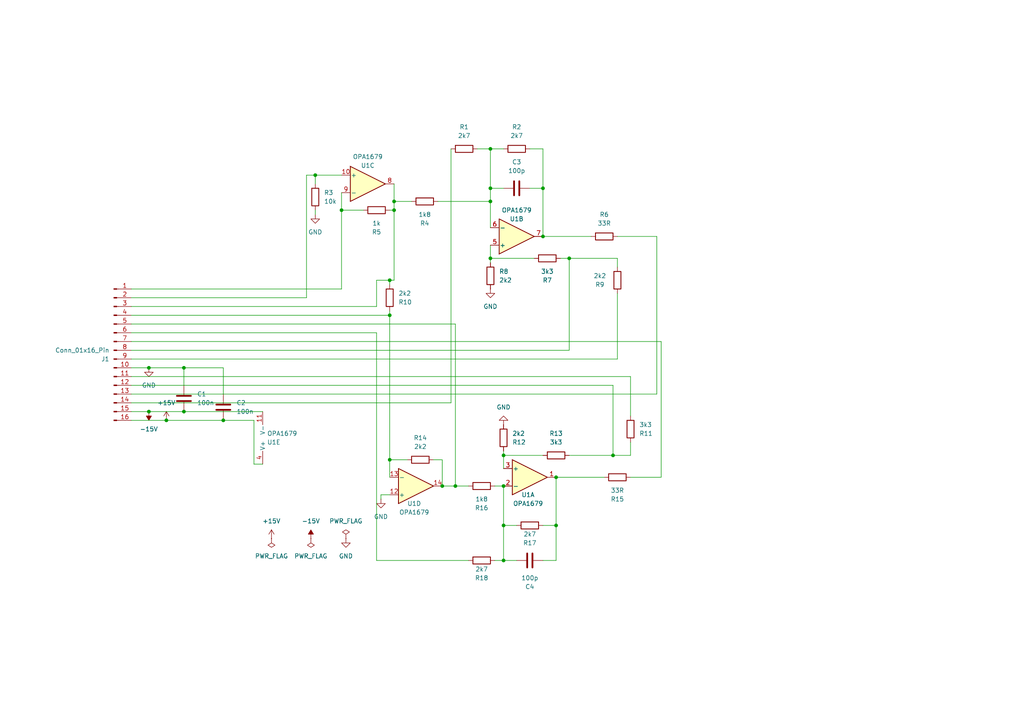
<source format=kicad_sch>
(kicad_sch (version 20231120) (generator "eeschema") (generator_version "8.0")
  (paper "A4")
  (title_block (title "AT8") (date "2024-08-16") (rev "00") (company "Greybox Audio"))
  (lib_symbols
    (symbol "+15V_1" (power) (pin_numbers hide) (pin_names (offset 0) hide)
      (property "Value" "+15V" (at 0 3.556 0))
      (symbol "+15V_1_0_1"
        (polyline (pts (xy -0.762 1.27) (xy 0 2.54)))
        (polyline (pts (xy 0 0) (xy 0 2.54)))
        (polyline (pts (xy 0 2.54) (xy 0.762 1.27)))
      )
      (symbol "+15V_1_1_1"
        (pin power_in line (at 0 0 90) (length 0) (name "~") (number "1"))
      )
    )
    (symbol "Amplifier_Operational:OPA1679" (pin_names (offset 0.127))
      (property "Reference" "U" (at 0 5.08 0))
      (property "Value" "OPA1679" (at 0 -5.08 0))
      (symbol "OPA1679_1_1"
        (polyline (pts (xy -5.08 5.08) (xy 5.08 0) (xy -5.08 -5.08) (xy -5.08 5.08)) (stroke (width 0.254)) (fill (type background)))
        (pin output line (at 7.62 0 180) (length 2.54) (name "~") (number "1"))
        (pin input line (at -7.62 -2.54 0) (length 2.54) (name "-") (number "2"))
        (pin input line (at -7.62 2.54 0) (length 2.54) (name "+") (number "3"))
      )
      (symbol "OPA1679_2_1"
        (polyline (pts (xy -5.08 5.08) (xy 5.08 0) (xy -5.08 -5.08) (xy -5.08 5.08)) (stroke (width 0.254)) (fill (type background)))
        (pin input line (at -7.62 2.54 0) (length 2.54) (name "+") (number "5"))
        (pin input line (at -7.62 -2.54 0) (length 2.54) (name "-") (number "6"))
        (pin output line (at 7.62 0 180) (length 2.54) (name "~") (number "7"))
      )
      (symbol "OPA1679_3_1"
        (polyline (pts (xy -5.08 5.08) (xy 5.08 0) (xy -5.08 -5.08) (xy -5.08 5.08)) (stroke (width 0.254)) (fill (type background)))
        (pin input line (at -7.62 2.54 0) (length 2.54) (name "+") (number "10"))
        (pin output line (at 7.62 0 180) (length 2.54) (name "~") (number "8"))
        (pin input line (at -7.62 -2.54 0) (length 2.54) (name "-") (number "9"))
      )
      (symbol "OPA1679_4_1"
        (polyline (pts (xy -5.08 5.08) (xy 5.08 0) (xy -5.08 -5.08) (xy -5.08 5.08)) (stroke (width 0.254)) (fill (type background)))
        (pin input line (at -7.62 2.54 0) (length 2.54) (name "+") (number "12"))
        (pin input line (at -7.62 -2.54 0) (length 2.54) (name "-") (number "13"))
        (pin output line (at 7.62 0 180) (length 2.54) (name "~") (number "14"))
      )
      (symbol "OPA1679_5_1"
        (pin power_in line (at -2.54 -7.62 90) (length 3.81) (name "V-") (number "11"))
        (pin power_in line (at -2.54 7.62 270) (length 3.81) (name "V+") (number "4"))
      )
    )
    (symbol "Connector:Conn_01x16_Pin" (pin_names (offset 1.016) hide)
      (property "Reference" "J" (at 0 20.32 0))
      (property "Value" "Conn_01x16_Pin" (at 0 -22.86 0))
      (symbol "Conn_01x16_Pin_1_1"
        (polyline (pts (xy 1.27 -20.32) (xy 0.8636 -20.32)) (stroke (width 0.1524)))
        (polyline (pts (xy 1.27 -17.78) (xy 0.8636 -17.78)) (stroke (width 0.1524)))
        (polyline (pts (xy 1.27 -15.24) (xy 0.8636 -15.24)) (stroke (width 0.1524)))
        (polyline (pts (xy 1.27 -12.7) (xy 0.8636 -12.7)) (stroke (width 0.1524)))
        (polyline (pts (xy 1.27 -10.16) (xy 0.8636 -10.16)) (stroke (width 0.1524)))
        (polyline (pts (xy 1.27 -7.62) (xy 0.8636 -7.62)) (stroke (width 0.1524)))
        (polyline (pts (xy 1.27 -5.08) (xy 0.8636 -5.08)) (stroke (width 0.1524)))
        (polyline (pts (xy 1.27 -2.54) (xy 0.8636 -2.54)) (stroke (width 0.1524)))
        (polyline (pts (xy 1.27 0) (xy 0.8636 0)) (stroke (width 0.1524)))
        (polyline (pts (xy 1.27 2.54) (xy 0.8636 2.54)) (stroke (width 0.1524)))
        (polyline (pts (xy 1.27 5.08) (xy 0.8636 5.08)) (stroke (width 0.1524)))
        (polyline (pts (xy 1.27 7.62) (xy 0.8636 7.62)) (stroke (width 0.1524)))
        (polyline (pts (xy 1.27 10.16) (xy 0.8636 10.16)) (stroke (width 0.1524)))
        (polyline (pts (xy 1.27 12.7) (xy 0.8636 12.7)) (stroke (width 0.1524)))
        (polyline (pts (xy 1.27 15.24) (xy 0.8636 15.24)) (stroke (width 0.1524)))
        (polyline (pts (xy 1.27 17.78) (xy 0.8636 17.78)) (stroke (width 0.1524)))
        (rectangle (start 0.8636 -20.193) (end 0 -20.447) (stroke (width 0.1524)) (fill (type outline)))
        (rectangle (start 0.8636 -17.653) (end 0 -17.907) (stroke (width 0.1524)) (fill (type outline)))
        (rectangle (start 0.8636 -15.113) (end 0 -15.367) (stroke (width 0.1524)) (fill (type outline)))
        (rectangle (start 0.8636 -12.573) (end 0 -12.827) (stroke (width 0.1524)) (fill (type outline)))
        (rectangle (start 0.8636 -10.033) (end 0 -10.287) (stroke (width 0.1524)) (fill (type outline)))
        (rectangle (start 0.8636 -7.493) (end 0 -7.747) (stroke (width 0.1524)) (fill (type outline)))
        (rectangle (start 0.8636 -4.953) (end 0 -5.207) (stroke (width 0.1524)) (fill (type outline)))
        (rectangle (start 0.8636 -2.413) (end 0 -2.667) (stroke (width 0.1524)) (fill (type outline)))
        (rectangle (start 0.8636 0.127) (end 0 -0.127) (stroke (width 0.1524)) (fill (type outline)))
        (rectangle (start 0.8636 2.667) (end 0 2.413) (stroke (width 0.1524)) (fill (type outline)))
        (rectangle (start 0.8636 5.207) (end 0 4.953) (stroke (width 0.1524)) (fill (type outline)))
        (rectangle (start 0.8636 7.747) (end 0 7.493) (stroke (width 0.1524)) (fill (type outline)))
        (rectangle (start 0.8636 10.287) (end 0 10.033) (stroke (width 0.1524)) (fill (type outline)))
        (rectangle (start 0.8636 12.827) (end 0 12.573) (stroke (width 0.1524)) (fill (type outline)))
        (rectangle (start 0.8636 15.367) (end 0 15.113) (stroke (width 0.1524)) (fill (type outline)))
        (rectangle (start 0.8636 17.907) (end 0 17.653) (stroke (width 0.1524)) (fill (type outline)))
        (pin passive line (at 5.08 17.78 180) (length 3.81) (name "Pin_1") (number "1"))
        (pin passive line (at 5.08 -5.08 180) (length 3.81) (name "Pin_10") (number "10"))
        (pin passive line (at 5.08 -7.62 180) (length 3.81) (name "Pin_11") (number "11"))
        (pin passive line (at 5.08 -10.16 180) (length 3.81) (name "Pin_12") (number "12"))
        (pin passive line (at 5.08 -12.7 180) (length 3.81) (name "Pin_13") (number "13"))
        (pin passive line (at 5.08 -15.24 180) (length 3.81) (name "Pin_14") (number "14"))
        (pin passive line (at 5.08 -17.78 180) (length 3.81) (name "Pin_15") (number "15"))
        (pin passive line (at 5.08 -20.32 180) (length 3.81) (name "Pin_16") (number "16"))
        (pin passive line (at 5.08 15.24 180) (length 3.81) (name "Pin_2") (number "2"))
        (pin passive line (at 5.08 12.7 180) (length 3.81) (name "Pin_3") (number "3"))
        (pin passive line (at 5.08 10.16 180) (length 3.81) (name "Pin_4") (number "4"))
        (pin passive line (at 5.08 7.62 180) (length 3.81) (name "Pin_5") (number "5"))
        (pin passive line (at 5.08 5.08 180) (length 3.81) (name "Pin_6") (number "6"))
        (pin passive line (at 5.08 2.54 180) (length 3.81) (name "Pin_7") (number "7"))
        (pin passive line (at 5.08 0 180) (length 3.81) (name "Pin_8") (number "8"))
        (pin passive line (at 5.08 -2.54 180) (length 3.81) (name "Pin_9") (number "9"))
      )
    )
    (symbol "Device:C" (pin_numbers hide) (pin_names (offset 0.254))
      (property "Reference" "C" (at 0.635 2.54 0))
      (property "Value" "C" (at 0.635 -2.54 0))
      (symbol "C_0_1"
        (polyline (pts (xy -2.032 -0.762) (xy 2.032 -0.762)) (stroke (width 0.508)))
        (polyline (pts (xy -2.032 0.762) (xy 2.032 0.762)) (stroke (width 0.508)))
      )
      (symbol "C_1_1"
        (pin passive line (at 0 3.81 270) (length 2.794) (name "~") (number "1"))
        (pin passive line (at 0 -3.81 90) (length 2.794) (name "~") (number "2"))
      )
    )
    (symbol "Device:R" (pin_numbers hide) (pin_names (offset 0))
      (property "Reference" "R" (at 2.032 0 90))
      (property "Value" "R" (at 0 0 90))
      (symbol "R_0_1"
        (rectangle (start -1.016 -2.54) (end 1.016 2.54) (stroke (width 0.254)))
      )
      (symbol "R_1_1"
        (pin passive line (at 0 3.81 270) (length 1.27) (name "~") (number "1"))
        (pin passive line (at 0 -3.81 90) (length 1.27) (name "~") (number "2"))
      )
    )
    (symbol "GND_1" (power) (pin_numbers hide) (pin_names (offset 0) hide)
      (property "Value" "GND" (at 0 -3.81 0))
      (symbol "GND_1_0_1"
        (polyline (pts (xy 0 0) (xy 0 -1.27) (xy 1.27 -1.27) (xy 0 -2.54) (xy -1.27 -1.27) (xy 0 -1.27)))
      )
      (symbol "GND_1_1_1"
        (pin power_in line (at 0 0 270) (length 0) (name "~") (number "1"))
      )
    )
    (symbol "power:-15V" (power) (pin_numbers hide) (pin_names (offset 0) hide)
      (property "Value" "-15V" (at 0 3.556 0))
      (symbol "-15V_0_0"
        (pin power_in line (at 0 0 90) (length 0) (name "~") (number "1"))
      )
      (symbol "-15V_0_1"
        (polyline (pts (xy 0 0) (xy 0 1.27) (xy 0.762 1.27) (xy 0 2.54) (xy -0.762 1.27) (xy 0 1.27)) (fill (type outline)))
      )
    )
    (symbol "power:PWR_FLAG" (power) (pin_numbers hide) (pin_names (offset 0) hide)
      (property "Value" "PWR_FLAG" (at 0 3.81 0))
      (symbol "PWR_FLAG_0_0"
        (pin power_out line (at 0 0 90) (length 0) (name "~") (number "1"))
      )
      (symbol "PWR_FLAG_0_1"
        (polyline (pts (xy 0 0) (xy 0 1.27) (xy -1.016 1.905) (xy 0 2.54) (xy 1.016 1.905) (xy 0 1.27)))
      )
    )
  )
  (junction (at 48.26 121.92))
  (junction (at 91.44 50.8))
  (junction (at 114.3 60.96))
  (junction (at 53.34 119.38))
  (junction (at 142.24 74.93))
  (junction (at 142.24 43.18))
  (junction (at 146.05 162.56))
  (junction (at 128.27 140.97))
  (junction (at 142.24 58.42))
  (junction (at 165.1 74.93))
  (junction (at 146.05 152.4))
  (junction (at 161.29 138.43))
  (junction (at 146.05 140.97))
  (junction (at 43.18 119.38))
  (junction (at 114.3 58.42))
  (junction (at 157.48 68.58))
  (junction (at 64.77 121.92))
  (junction (at 53.34 106.68))
  (junction (at 146.05 132.08))
  (junction (at 43.18 106.68))
  (junction (at 113.03 91.44))
  (junction (at 161.29 152.4))
  (junction (at 99.06 60.96))
  (junction (at 113.03 133.35))
  (junction (at 132.08 140.97))
  (junction (at 113.03 81.28))
  (junction (at 157.48 54.61))
  (junction (at 177.8 132.08))
  (junction (at 142.24 54.61))
  (wire (pts (xy 157.48 43.18) (xy 157.48 54.61)))
  (wire (pts (xy 113.03 91.44) (xy 113.03 133.35)))
  (wire (pts (xy 142.24 74.93) (xy 142.24 76.2)))
  (wire (pts (xy 38.1 114.3) (xy 190.5 114.3)))
  (wire (pts (xy 48.26 121.92) (xy 64.77 121.92)))
  (wire (pts (xy 53.34 119.38) (xy 76.2 119.38)))
  (wire (pts (xy 73.66 134.62) (xy 73.66 121.92)))
  (wire (pts (xy 113.03 138.43) (xy 113.03 133.35)))
  (wire (pts (xy 109.22 81.28) (xy 113.03 81.28)))
  (wire (pts (xy 127 58.42) (xy 142.24 58.42)))
  (wire (pts (xy 157.48 54.61) (xy 157.48 68.58)))
  (wire (pts (xy 142.24 71.12) (xy 142.24 74.93)))
  (wire (pts (xy 142.24 43.18) (xy 142.24 54.61)))
  (wire (pts (xy 109.22 162.56) (xy 109.22 96.52)))
  (wire (pts (xy 38.1 101.6) (xy 165.1 101.6)))
  (wire (pts (xy 110.49 143.51) (xy 110.49 144.78)))
  (wire (pts (xy 157.48 162.56) (xy 161.29 162.56)))
  (wire (pts (xy 88.9 50.8) (xy 91.44 50.8)))
  (wire (pts (xy 143.51 140.97) (xy 146.05 140.97)))
  (wire (pts (xy 132.08 140.97) (xy 135.89 140.97)))
  (wire (pts (xy 182.88 109.22) (xy 38.1 109.22)))
  (wire (pts (xy 114.3 60.96) (xy 114.3 58.42)))
  (wire (pts (xy 161.29 162.56) (xy 161.29 152.4)))
  (wire (pts (xy 43.18 119.38) (xy 53.34 119.38)))
  (wire (pts (xy 146.05 152.4) (xy 146.05 140.97)))
  (wire (pts (xy 179.07 104.14) (xy 38.1 104.14)))
  (wire (pts (xy 191.77 99.06) (xy 38.1 99.06)))
  (wire (pts (xy 113.03 133.35) (xy 118.11 133.35)))
  (wire (pts (xy 138.43 43.18) (xy 142.24 43.18)))
  (wire (pts (xy 38.1 119.38) (xy 43.18 119.38)))
  (wire (pts (xy 142.24 54.61) (xy 142.24 58.42)))
  (wire (pts (xy 91.44 50.8) (xy 91.44 53.34)))
  (wire (pts (xy 99.06 60.96) (xy 99.06 83.82)))
  (wire (pts (xy 177.8 111.76) (xy 177.8 132.08)))
  (wire (pts (xy 165.1 101.6) (xy 165.1 74.93)))
  (wire (pts (xy 153.67 43.18) (xy 157.48 43.18)))
  (wire (pts (xy 143.51 162.56) (xy 146.05 162.56)))
  (wire (pts (xy 38.1 86.36) (xy 88.9 86.36)))
  (wire (pts (xy 109.22 96.52) (xy 38.1 96.52)))
  (wire (pts (xy 165.1 132.08) (xy 177.8 132.08)))
  (wire (pts (xy 157.48 152.4) (xy 161.29 152.4)))
  (wire (pts (xy 114.3 81.28) (xy 113.03 81.28)))
  (wire (pts (xy 38.1 116.84) (xy 130.81 116.84)))
  (wire (pts (xy 109.22 88.9) (xy 109.22 81.28)))
  (wire (pts (xy 157.48 54.61) (xy 153.67 54.61)))
  (wire (pts (xy 73.66 121.92) (xy 64.77 121.92)))
  (wire (pts (xy 146.05 162.56) (xy 149.86 162.56)))
  (wire (pts (xy 179.07 85.09) (xy 179.07 104.14)))
  (wire (pts (xy 128.27 133.35) (xy 125.73 133.35)))
  (wire (pts (xy 113.03 81.28) (xy 113.03 82.55)))
  (wire (pts (xy 191.77 138.43) (xy 191.77 99.06)))
  (wire (pts (xy 38.1 83.82) (xy 99.06 83.82)))
  (wire (pts (xy 128.27 133.35) (xy 128.27 140.97)))
  (wire (pts (xy 157.48 68.58) (xy 171.45 68.58)))
  (wire (pts (xy 76.2 134.62) (xy 73.66 134.62)))
  (wire (pts (xy 142.24 74.93) (xy 154.94 74.93)))
  (wire (pts (xy 146.05 135.89) (xy 146.05 132.08)))
  (wire (pts (xy 38.1 111.76) (xy 177.8 111.76)))
  (wire (pts (xy 38.1 121.92) (xy 48.26 121.92)))
  (wire (pts (xy 99.06 60.96) (xy 105.41 60.96)))
  (wire (pts (xy 130.81 116.84) (xy 130.81 43.18)))
  (wire (pts (xy 114.3 60.96) (xy 113.03 60.96)))
  (wire (pts (xy 38.1 93.98) (xy 132.08 93.98)))
  (wire (pts (xy 38.1 88.9) (xy 109.22 88.9)))
  (wire (pts (xy 182.88 138.43) (xy 191.77 138.43)))
  (wire (pts (xy 162.56 74.93) (xy 165.1 74.93)))
  (wire (pts (xy 38.1 91.44) (xy 113.03 91.44)))
  (wire (pts (xy 43.18 106.68) (xy 53.34 106.68)))
  (wire (pts (xy 146.05 152.4) (xy 149.86 152.4)))
  (wire (pts (xy 142.24 43.18) (xy 146.05 43.18)))
  (wire (pts (xy 91.44 50.8) (xy 99.06 50.8)))
  (wire (pts (xy 128.27 140.97) (xy 132.08 140.97)))
  (wire (pts (xy 114.3 60.96) (xy 114.3 81.28)))
  (wire (pts (xy 132.08 140.97) (xy 132.08 93.98)))
  (wire (pts (xy 179.07 68.58) (xy 190.5 68.58)))
  (wire (pts (xy 161.29 152.4) (xy 161.29 138.43)))
  (wire (pts (xy 110.49 143.51) (xy 113.03 143.51)))
  (wire (pts (xy 91.44 60.96) (xy 91.44 62.23)))
  (wire (pts (xy 135.89 162.56) (xy 109.22 162.56)))
  (wire (pts (xy 99.06 55.88) (xy 99.06 60.96)))
  (wire (pts (xy 142.24 54.61) (xy 146.05 54.61)))
  (wire (pts (xy 43.18 106.68) (xy 38.1 106.68)))
  (wire (pts (xy 161.29 138.43) (xy 175.26 138.43)))
  (wire (pts (xy 114.3 58.42) (xy 114.3 53.34)))
  (wire (pts (xy 146.05 162.56) (xy 146.05 152.4)))
  (wire (pts (xy 53.34 106.68) (xy 64.77 106.68)))
  (wire (pts (xy 182.88 128.27) (xy 182.88 132.08)))
  (wire (pts (xy 146.05 132.08) (xy 157.48 132.08)))
  (wire (pts (xy 190.5 68.58) (xy 190.5 114.3)))
  (wire (pts (xy 182.88 120.65) (xy 182.88 109.22)))
  (wire (pts (xy 142.24 58.42) (xy 142.24 66.04)))
  (wire (pts (xy 64.77 114.3) (xy 64.77 106.68)))
  (wire (pts (xy 88.9 86.36) (xy 88.9 50.8)))
  (wire (pts (xy 146.05 132.08) (xy 146.05 130.81)))
  (wire (pts (xy 177.8 132.08) (xy 182.88 132.08)))
  (wire (pts (xy 113.03 90.17) (xy 113.03 91.44)))
  (wire (pts (xy 165.1 74.93) (xy 179.07 74.93)))
  (wire (pts (xy 179.07 74.93) (xy 179.07 77.47)))
  (wire (pts (xy 53.34 111.76) (xy 53.34 106.68)))
  (wire (pts (xy 114.3 58.42) (xy 119.38 58.42)))
  (symbol (lib_id "Amplifier_Operational:OPA1679") (at 106.68 53.34 0) (unit 3)
    (property "Reference" "U1" (at 106.68 48.006 0))
    (property "Value" "OPA1679" (at 106.68 45.466 0))
    (property "Footprint" "Package_SO:SOIC-14_3.9x8.7mm_P1.27mm" (effects (hide yes)))
    (property "Datasheet" "http://www.ti.com/lit/ds/symlink/opa1678.pdf" (effects (hide yes)))
    (property "Description" "Low-Distortion Audio Operational Amplifiers, SOIC-14/TSSOP-14" (effects (hide yes)))
  )
  (symbol (lib_id "Device:C") (at 53.34 115.57 180) (unit 1)
    (property "Reference" "C1" (at 57.15 114.2999 0) (effects (justify right)))
    (property "Value" "100n" (at 57.15 116.8399 0) (effects (justify right)))
    (property "Footprint" "Capacitor_SMD:C_0805_2012Metric" (effects (hide yes)))
  )
  (symbol (lib_id "Device:C") (at 149.86 54.61 90) (unit 1)
    (property "Reference" "C3" (at 149.86 46.99 90))
    (property "Value" "100p" (at 149.86 49.53 90))
    (property "Footprint" "Capacitor_SMD:C_0805_2012Metric" (effects (hide yes)))
  )
  (symbol (lib_id "Device:R") (at 146.05 127 0) (mirror y) (unit 1)
    (property "Reference" "R12" (at 148.59 128.27 0) (effects (justify right)))
    (property "Value" "2k2" (at 148.59 125.73 0) (effects (justify right)))
    (property "Footprint" "Resistor_SMD:R_0805_2012Metric" (effects (hide yes)))
  )
  (symbol (lib_id "Amplifier_Operational:OPA1679") (at 153.67 138.43 0) (unit 1)
    (property "Reference" "U1" (at 153.162 143.51 0))
    (property "Value" "OPA1679" (at 153.162 146.05 0))
    (property "Footprint" "Package_SO:SOIC-14_3.9x8.7mm_P1.27mm" (effects (hide yes)))
    (property "Datasheet" "http://www.ti.com/lit/ds/symlink/opa1678.pdf" (effects (hide yes)))
    (property "Description" "Low-Distortion Audio Operational Amplifiers, SOIC-14/TSSOP-14" (effects (hide yes)))
  )
  (symbol (lib_name "GND_1") (lib_id "power:GND") (at 91.44 62.23 0) (unit 1)
    (property "Reference" "#PWR01" (effects (hide yes)))
    (property "Value" "GND" (at 91.44 67.31 0))
    (property "Description" "Power symbol creates a global label with name \"GND\" , ground" (effects (hide yes)))
  )
  (symbol (lib_id "Device:R") (at 158.75 74.93 90) (mirror x) (unit 1)
    (property "Reference" "R7" (at 158.75 81.28 90))
    (property "Value" "3k3" (at 158.75 78.74 90))
    (property "Footprint" "Resistor_SMD:R_0805_2012Metric" (effects (hide yes)))
  )
  (symbol (lib_id "power:-15V") (at 43.18 119.38 180) (unit 1)
    (property "Reference" "#PWR04" (effects (hide yes)))
    (property "Value" "-15V" (at 43.18 124.46 0))
    (property "Description" "Power symbol creates a global label with name \"-15V\"" (effects (hide yes)))
  )
  (symbol (lib_id "Connector:Conn_01x16_Pin") (at 33.02 101.6 0) (unit 1)
    (property "Reference" "J1" (at 31.75 104.1401 0) (effects (justify right)))
    (property "Value" "Conn_01x16_Pin" (at 31.75 101.6001 0) (effects (justify right)))
    (property "Footprint" "Connector_PinHeader_2.54mm:PinHeader_1x16_P2.54mm_Horizontal" (effects (hide yes)))
    (property "Description" "Generic connector, single row, 01x16, script generated" (effects (hide yes)))
  )
  (symbol (lib_id "Device:R") (at 134.62 43.18 90) (unit 1)
    (property "Reference" "R1" (at 134.62 36.83 90))
    (property "Value" "2k7" (at 134.62 39.37 90))
    (property "Footprint" "Resistor_SMD:R_0805_2012Metric" (effects (hide yes)))
  )
  (symbol (lib_name "GND_1") (lib_id "power:GND") (at 43.18 106.68 0) (mirror y) (unit 1)
    (property "Reference" "#PWR03" (effects (hide yes)))
    (property "Value" "GND" (at 43.18 111.76 0))
    (property "Description" "Power symbol creates a global label with name \"GND\" , ground" (effects (hide yes)))
  )
  (symbol (lib_id "Amplifier_Operational:OPA1679") (at 120.65 140.97 0) (mirror x) (unit 4)
    (property "Reference" "U1" (at 120.142 146.05 0))
    (property "Value" "OPA1679" (at 120.142 148.59 0))
    (property "Footprint" "Package_SO:SOIC-14_3.9x8.7mm_P1.27mm" (effects (hide yes)))
    (property "Datasheet" "http://www.ti.com/lit/ds/symlink/opa1678.pdf" (effects (hide yes)))
    (property "Description" "Low-Distortion Audio Operational Amplifiers, SOIC-14/TSSOP-14" (effects (hide yes)))
  )
  (symbol (lib_id "Device:R") (at 179.07 81.28 0) (mirror y) (unit 1)
    (property "Reference" "R9" (at 173.99 82.55 0))
    (property "Value" "2k2" (at 173.99 80.01 0))
    (property "Footprint" "Resistor_SMD:R_0805_2012Metric" (effects (hide yes)))
  )
  (symbol (lib_id "Device:R") (at 179.07 138.43 90) (mirror x) (unit 1)
    (property "Reference" "R15" (at 179.07 144.78 90))
    (property "Value" "33R" (at 179.07 142.24 90))
    (property "Footprint" "Resistor_SMD:R_0805_2012Metric" (effects (hide yes)))
  )
  (symbol (lib_id "power:-15V") (at 90.17 156.21 0) (mirror y) (unit 1)
    (property "Reference" "#PWR09" (effects (hide yes)))
    (property "Value" "-15V" (at 90.17 151.13 0))
    (property "Description" "Power symbol creates a global label with name \"-15V\"" (effects (hide yes)))
  )
  (symbol (lib_id "Device:R") (at 153.67 152.4 90) (mirror x) (unit 1)
    (property "Reference" "R17" (at 153.67 157.48 90))
    (property "Value" "2k7" (at 153.67 154.94 90))
    (property "Footprint" "Resistor_SMD:R_0805_2012Metric" (effects (hide yes)))
  )
  (symbol (lib_id "Device:R") (at 113.03 86.36 0) (mirror y) (unit 1)
    (property "Reference" "R10" (at 115.57 87.63 0) (effects (justify right)))
    (property "Value" "2k2" (at 115.57 85.09 0) (effects (justify right)))
    (property "Footprint" "Resistor_SMD:R_0805_2012Metric" (effects (hide yes)))
  )
  (symbol (lib_id "Device:R") (at 161.29 132.08 90) (unit 1)
    (property "Reference" "R13" (at 161.29 125.73 90))
    (property "Value" "3k3" (at 161.29 128.27 90))
    (property "Footprint" "Resistor_SMD:R_0805_2012Metric" (effects (hide yes)))
  )
  (symbol (lib_id "Amplifier_Operational:OPA1679") (at 149.86 68.58 0) (mirror x) (unit 2)
    (property "Reference" "U1" (at 149.86 63.5 0))
    (property "Value" "OPA1679" (at 149.86 60.96 0))
    (property "Footprint" "Package_SO:SOIC-14_3.9x8.7mm_P1.27mm" (effects (hide yes)))
    (property "Datasheet" "http://www.ti.com/lit/ds/symlink/opa1678.pdf" (effects (hide yes)))
    (property "Description" "Low-Distortion Audio Operational Amplifiers, SOIC-14/TSSOP-14" (effects (hide yes)))
  )
  (symbol (lib_name "GND_1") (lib_id "power:GND") (at 142.24 83.82 0) (unit 1)
    (property "Reference" "#PWR02" (effects (hide yes)))
    (property "Value" "GND" (at 142.24 88.9 0))
    (property "Description" "Power symbol creates a global label with name \"GND\" , ground" (effects (hide yes)))
  )
  (symbol (lib_id "power:PWR_FLAG") (at 100.33 156.21 0) (unit 1)
    (property "Reference" "#FLG03" (effects (hide yes)))
    (property "Value" "PWR_FLAG" (at 100.33 151.13 0))
    (property "Description" "Special symbol for telling ERC where power comes from" (effects (hide yes)))
  )
  (symbol (lib_id "Device:R") (at 142.24 80.01 180) (unit 1)
    (property "Reference" "R8" (at 144.78 78.74 0) (effects (justify right)))
    (property "Value" "2k2" (at 144.78 81.28 0) (effects (justify right)))
    (property "Footprint" "Resistor_SMD:R_0805_2012Metric" (effects (hide yes)))
  )
  (symbol (lib_id "power:PWR_FLAG") (at 78.74 156.21 0) (mirror x) (unit 1)
    (property "Reference" "#FLG01" (effects (hide yes)))
    (property "Value" "PWR_FLAG" (at 78.74 161.29 0))
    (property "Description" "Special symbol for telling ERC where power comes from" (effects (hide yes)))
  )
  (symbol (lib_id "Device:R") (at 175.26 68.58 90) (unit 1)
    (property "Reference" "R6" (at 175.26 62.23 90))
    (property "Value" "33R" (at 175.26 64.77 90))
    (property "Footprint" "Resistor_SMD:R_0805_2012Metric" (effects (hide yes)))
  )
  (symbol (lib_id "Device:C") (at 153.67 162.56 90) (mirror x) (unit 1)
    (property "Reference" "C4" (at 153.67 170.18 90))
    (property "Value" "100p" (at 153.67 167.64 90))
    (property "Footprint" "Capacitor_SMD:C_0805_2012Metric" (effects (hide yes)))
  )
  (symbol (lib_id "power:PWR_FLAG") (at 90.17 156.21 0) (mirror x) (unit 1)
    (property "Reference" "#FLG02" (effects (hide yes)))
    (property "Value" "PWR_FLAG" (at 90.17 161.29 0))
    (property "Description" "Special symbol for telling ERC where power comes from" (effects (hide yes)))
  )
  (symbol (lib_id "Device:R") (at 139.7 140.97 90) (mirror x) (unit 1)
    (property "Reference" "R16" (at 139.7 147.32 90))
    (property "Value" "1k8" (at 139.7 144.78 90))
    (property "Footprint" "Resistor_SMD:R_0805_2012Metric" (effects (hide yes)))
  )
  (symbol (lib_id "Device:R") (at 123.19 58.42 90) (mirror x) (unit 1)
    (property "Reference" "R4" (at 123.19 64.77 90))
    (property "Value" "1k8" (at 123.19 62.23 90))
    (property "Footprint" "Resistor_SMD:R_0805_2012Metric" (effects (hide yes)))
  )
  (symbol (lib_id "Device:R") (at 91.44 57.15 180) (unit 1)
    (property "Reference" "R3" (at 93.98 55.88 0) (effects (justify right)))
    (property "Value" "10k" (at 93.98 58.42 0) (effects (justify right)))
    (property "Footprint" "Resistor_SMD:R_0805_2012Metric" (effects (hide yes)))
  )
  (symbol (lib_id "Device:C") (at 64.77 118.11 180) (unit 1)
    (property "Reference" "C2" (at 68.58 116.8399 0) (effects (justify right)))
    (property "Value" "100n" (at 68.58 119.3799 0) (effects (justify right)))
    (property "Footprint" "Capacitor_SMD:C_0805_2012Metric" (effects (hide yes)))
  )
  (symbol (lib_id "Amplifier_Operational:OPA1679") (at 78.74 127 0) (mirror x) (unit 5)
    (property "Reference" "U1" (at 77.47 128.2701 0) (effects (justify left)))
    (property "Value" "OPA1679" (at 77.47 125.7301 0) (effects (justify left)))
    (property "Footprint" "Package_SO:SOIC-14_3.9x8.7mm_P1.27mm" (effects (hide yes)))
    (property "Datasheet" "http://www.ti.com/lit/ds/symlink/opa1678.pdf" (effects (hide yes)))
    (property "Description" "Low-Distortion Audio Operational Amplifiers, SOIC-14/TSSOP-14" (effects (hide yes)))
  )
  (symbol (lib_name "GND_1") (lib_id "power:GND") (at 146.05 123.19 0) (mirror x) (unit 1)
    (property "Reference" "#PWR06" (effects (hide yes)))
    (property "Value" "GND" (at 146.05 118.11 0))
    (property "Description" "Power symbol creates a global label with name \"GND\" , ground" (effects (hide yes)))
  )
  (symbol (lib_name "+15V_1") (lib_id "power:+15V") (at 48.26 121.92 0) (unit 1)
    (property "Reference" "#PWR05" (effects (hide yes)))
    (property "Value" "+15V" (at 48.26 116.84 0))
    (property "Description" "Power symbol creates a global label with name \"+15V\"" (effects (hide yes)))
  )
  (symbol (lib_id "Device:R") (at 121.92 133.35 90) (unit 1)
    (property "Reference" "R14" (at 121.92 127 90))
    (property "Value" "2k2" (at 121.92 129.54 90))
    (property "Footprint" "Resistor_SMD:R_0805_2012Metric" (effects (hide yes)))
  )
  (symbol (lib_id "Device:R") (at 109.22 60.96 90) (mirror x) (unit 1)
    (property "Reference" "R5" (at 109.22 67.31 90))
    (property "Value" "1k" (at 109.22 64.77 90))
    (property "Footprint" "Resistor_SMD:R_0805_2012Metric" (effects (hide yes)))
  )
  (symbol (lib_id "Device:R") (at 182.88 124.46 0) (mirror y) (unit 1)
    (property "Reference" "R11" (at 185.42 125.7301 0) (effects (justify right)))
    (property "Value" "3k3" (at 185.42 123.1901 0) (effects (justify right)))
    (property "Footprint" "Resistor_SMD:R_0805_2012Metric" (effects (hide yes)))
  )
  (symbol (lib_id "Device:R") (at 139.7 162.56 90) (mirror x) (unit 1)
    (property "Reference" "R18" (at 139.7 167.64 90))
    (property "Value" "2k7" (at 139.7 165.1 90))
    (property "Footprint" "Resistor_SMD:R_0805_2012Metric" (effects (hide yes)))
  )
  (symbol (lib_name "GND_1") (lib_id "power:GND") (at 110.49 144.78 0) (unit 1)
    (property "Reference" "#PWR07" (effects (hide yes)))
    (property "Value" "GND" (at 110.49 149.86 0))
    (property "Description" "Power symbol creates a global label with name \"GND\" , ground" (effects (hide yes)))
  )
  (symbol (lib_id "Device:R") (at 149.86 43.18 90) (unit 1)
    (property "Reference" "R2" (at 149.86 36.83 90))
    (property "Value" "2k7" (at 149.86 39.37 90))
    (property "Footprint" "Resistor_SMD:R_0805_2012Metric" (effects (hide yes)))
  )
  (symbol (lib_name "GND_1") (lib_id "power:GND") (at 100.33 156.21 0) (unit 1)
    (property "Reference" "#PWR010" (effects (hide yes)))
    (property "Value" "GND" (at 100.33 161.29 0))
    (property "Description" "Power symbol creates a global label with name \"GND\" , ground" (effects (hide yes)))
  )
  (symbol (lib_name "+15V_1") (lib_id "power:+15V") (at 78.74 156.21 0) (unit 1)
    (property "Reference" "#PWR08" (effects (hide yes)))
    (property "Value" "+15V" (at 78.74 151.13 0))
    (property "Description" "Power symbol creates a global label with name \"+15V\"" (effects (hide yes)))
  )
)
</source>
